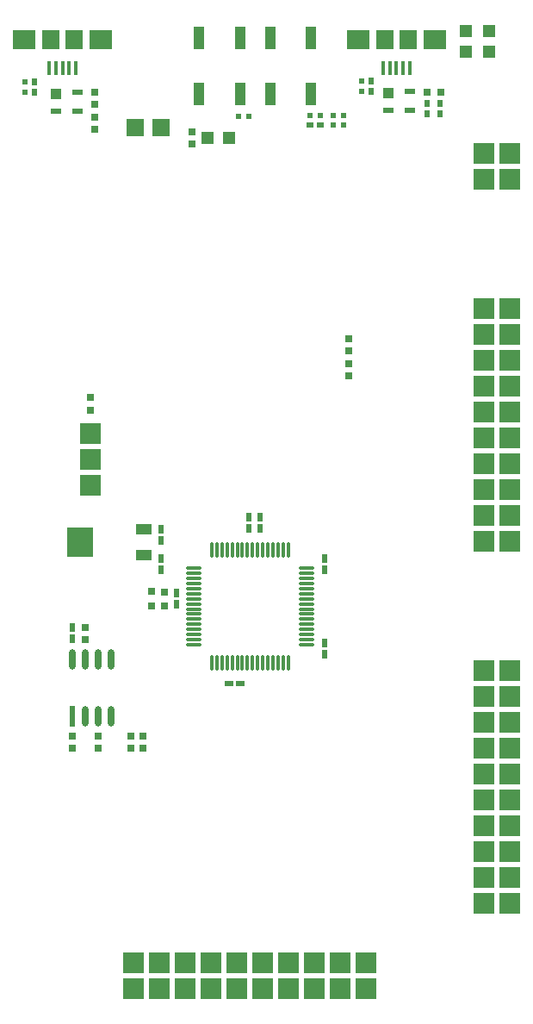
<source format=gtp>
%FSLAX43Y43*%
%MOMM*%
G71*
G01*
G75*
G04 Layer_Color=8421504*
%ADD10R,1.000X0.950*%
%ADD11R,2.300X1.900*%
%ADD12R,0.400X1.400*%
%ADD13R,1.775X1.900*%
%ADD14R,0.610X2.032*%
%ADD15O,0.610X2.032*%
%ADD16R,1.000X2.250*%
%ADD17R,1.600X1.000*%
%ADD18R,2.500X3.000*%
%ADD19O,1.650X0.300*%
%ADD20O,0.300X1.650*%
%ADD21R,1.200X1.200*%
%ADD22R,1.100X0.600*%
%ADD23R,1.100X1.000*%
%ADD24R,0.700X0.700*%
%ADD25R,0.600X0.550*%
%ADD26R,0.650X0.800*%
%ADD27R,0.650X0.500*%
%ADD28R,0.762X0.762*%
%ADD29R,0.600X0.900*%
%ADD30R,0.550X0.600*%
%ADD31R,0.500X0.650*%
%ADD32R,0.700X0.700*%
%ADD33R,0.900X0.600*%
%ADD34R,1.200X1.200*%
%ADD35C,0.175*%
%ADD36C,0.180*%
%ADD37C,0.200*%
%ADD38C,0.125*%
%ADD39C,0.250*%
%ADD40C,0.400*%
%ADD41C,0.300*%
%ADD42R,0.900X0.300*%
%ADD43R,1.700X1.700*%
%ADD44C,1.700*%
%ADD45R,1.700X1.700*%
%ADD46C,3.600*%
%ADD47C,0.550*%
%ADD48C,0.400*%
%ADD49C,0.500*%
%ADD50C,1.600*%
G04:AMPARAMS|DCode=51|XSize=2.524mm|YSize=2.524mm|CornerRadius=0mm|HoleSize=0mm|Usage=FLASHONLY|Rotation=0.000|XOffset=0mm|YOffset=0mm|HoleType=Round|Shape=Relief|Width=0.254mm|Gap=0.254mm|Entries=4|*
%AMTHD51*
7,0,0,2.524,2.016,0.254,45*
%
%ADD51THD51*%
%ADD52C,0.850*%
%ADD53C,0.800*%
%ADD54C,0.350*%
%ADD55C,3.300*%
%ADD56C,1.270*%
%ADD57R,1.300X1.600*%
%ADD58R,0.600X0.250*%
%ADD59R,1.600X1.500*%
%ADD60C,0.280*%
%ADD61R,1.700X0.350*%
%ADD62R,0.600X1.300*%
%ADD63R,0.350X0.850*%
%ADD64R,0.950X1.750*%
%ADD65R,0.800X0.650*%
%ADD66R,1.300X0.600*%
%ADD67C,0.800*%
%ADD68C,0.150*%
%ADD69C,0.102*%
%ADD70C,0.254*%
%ADD71C,0.600*%
%ADD72C,0.100*%
%ADD73R,2.100X2.100*%
%ADD74R,2.100X2.100*%
%ADD75R,1.700X1.700*%
D11*
X-19350Y-2300D02*
D03*
X-11850D02*
D03*
X-52184D02*
D03*
X-44684D02*
D03*
D12*
X-16900Y-5150D02*
D03*
X-16250D02*
D03*
X-15600D02*
D03*
X-14950D02*
D03*
X-14300D02*
D03*
X-49734D02*
D03*
X-49084D02*
D03*
X-48434D02*
D03*
X-47784D02*
D03*
X-47134D02*
D03*
D13*
X-16763Y-2300D02*
D03*
X-14438D02*
D03*
X-49597D02*
D03*
X-47271D02*
D03*
D14*
X-47475Y-68800D02*
D03*
D15*
Y-63212D02*
D03*
X-46205Y-68800D02*
D03*
X-44935D02*
D03*
X-43665D02*
D03*
Y-63212D02*
D03*
X-44935D02*
D03*
X-46205D02*
D03*
D16*
X-31000Y-7650D02*
D03*
Y-2150D02*
D03*
X-35000D02*
D03*
Y-7650D02*
D03*
X-24000D02*
D03*
Y-2150D02*
D03*
X-28000D02*
D03*
Y-7650D02*
D03*
D17*
X-40475Y-52975D02*
D03*
Y-50375D02*
D03*
D18*
X-46725Y-51675D02*
D03*
D19*
X-35575Y-54250D02*
D03*
Y-54750D02*
D03*
Y-55250D02*
D03*
Y-55750D02*
D03*
Y-56250D02*
D03*
Y-56750D02*
D03*
Y-57250D02*
D03*
Y-57750D02*
D03*
Y-58250D02*
D03*
Y-58750D02*
D03*
Y-59250D02*
D03*
Y-59750D02*
D03*
Y-60250D02*
D03*
Y-60750D02*
D03*
Y-61250D02*
D03*
Y-61750D02*
D03*
X-24425D02*
D03*
Y-61250D02*
D03*
Y-60750D02*
D03*
Y-60250D02*
D03*
Y-59750D02*
D03*
Y-59250D02*
D03*
Y-58750D02*
D03*
Y-58250D02*
D03*
Y-57750D02*
D03*
Y-57250D02*
D03*
Y-56750D02*
D03*
Y-56250D02*
D03*
Y-55750D02*
D03*
Y-55250D02*
D03*
Y-54750D02*
D03*
Y-54250D02*
D03*
D20*
X-33750Y-63575D02*
D03*
X-33250D02*
D03*
X-32750D02*
D03*
X-32250D02*
D03*
X-31750D02*
D03*
X-31250D02*
D03*
X-30750D02*
D03*
X-30250D02*
D03*
X-29750D02*
D03*
X-29250D02*
D03*
X-28750D02*
D03*
X-28250D02*
D03*
X-27750D02*
D03*
X-27250D02*
D03*
X-26750D02*
D03*
X-26250D02*
D03*
Y-52425D02*
D03*
X-26750D02*
D03*
X-27250D02*
D03*
X-27750D02*
D03*
X-28250D02*
D03*
X-28750D02*
D03*
X-29250D02*
D03*
X-29750D02*
D03*
X-30250D02*
D03*
X-30750D02*
D03*
X-31250D02*
D03*
X-31750D02*
D03*
X-32250D02*
D03*
X-32750D02*
D03*
X-33250D02*
D03*
X-33750D02*
D03*
D21*
X-32050Y-12000D02*
D03*
X-34150D02*
D03*
D22*
X-14300Y-7400D02*
D03*
Y-9300D02*
D03*
X-16400D02*
D03*
X-47000Y-7478D02*
D03*
Y-9378D02*
D03*
X-49100D02*
D03*
D23*
X-16400Y-7600D02*
D03*
X-49100Y-7678D02*
D03*
D24*
X-12600Y-7500D02*
D03*
X-11200D02*
D03*
D25*
X-30150Y-9850D02*
D03*
X-31150D02*
D03*
X-20811Y-10700D02*
D03*
X-21811D02*
D03*
Y-9800D02*
D03*
X-20811D02*
D03*
X-23100D02*
D03*
X-24100D02*
D03*
D26*
X-41675Y-70725D02*
D03*
Y-71925D02*
D03*
X-35675Y-12550D02*
D03*
Y-11350D02*
D03*
X-20300Y-31675D02*
D03*
Y-32875D02*
D03*
Y-35375D02*
D03*
Y-34175D02*
D03*
X-45300Y-7475D02*
D03*
Y-8675D02*
D03*
Y-9950D02*
D03*
Y-11150D02*
D03*
X-45675Y-38700D02*
D03*
Y-37500D02*
D03*
X-47475Y-70725D02*
D03*
Y-71925D02*
D03*
X-44935Y-70725D02*
D03*
Y-71925D02*
D03*
X-46205Y-60050D02*
D03*
Y-61250D02*
D03*
X-40525Y-70725D02*
D03*
Y-71925D02*
D03*
D27*
X-23125Y-10675D02*
D03*
X-24075D02*
D03*
D28*
X-38450Y-56576D02*
D03*
Y-57973D02*
D03*
D29*
X-47475Y-61200D02*
D03*
Y-60100D02*
D03*
X-37225Y-57800D02*
D03*
Y-56700D02*
D03*
X-28975Y-50325D02*
D03*
Y-49225D02*
D03*
X-30075Y-50325D02*
D03*
Y-49225D02*
D03*
X-22650Y-61625D02*
D03*
Y-62725D02*
D03*
X-38775Y-54375D02*
D03*
Y-53275D02*
D03*
Y-50375D02*
D03*
Y-51475D02*
D03*
X-22700Y-54400D02*
D03*
Y-53300D02*
D03*
D30*
X-52100Y-6478D02*
D03*
Y-7478D02*
D03*
X-19000Y-6400D02*
D03*
Y-7400D02*
D03*
D31*
X-51200Y-7453D02*
D03*
Y-6503D02*
D03*
X-18100Y-7375D02*
D03*
Y-6425D02*
D03*
X-12600Y-8625D02*
D03*
Y-9575D02*
D03*
X-11300Y-8625D02*
D03*
Y-9575D02*
D03*
D32*
X-39700Y-57950D02*
D03*
Y-56550D02*
D03*
D33*
X-32100Y-65575D02*
D03*
X-31000D02*
D03*
D34*
X-8750Y-3550D02*
D03*
Y-1450D02*
D03*
X-6500Y-3550D02*
D03*
Y-1450D02*
D03*
D73*
X-45675Y-46090D02*
D03*
Y-43550D02*
D03*
Y-41010D02*
D03*
X-4430Y-16030D02*
D03*
X-6970D02*
D03*
X-4430Y-13490D02*
D03*
X-6970D02*
D03*
X-4430Y-38890D02*
D03*
X-6970D02*
D03*
X-4430Y-36350D02*
D03*
X-6970D02*
D03*
X-4430Y-33810D02*
D03*
X-6970D02*
D03*
X-4430Y-31270D02*
D03*
X-6970D02*
D03*
X-4430Y-28730D02*
D03*
X-6970Y-41430D02*
D03*
X-4430D02*
D03*
X-6970Y-43970D02*
D03*
X-4430D02*
D03*
X-6970Y-46510D02*
D03*
X-4430D02*
D03*
X-6970Y-49050D02*
D03*
X-4430D02*
D03*
X-6970Y-51590D02*
D03*
X-4430D02*
D03*
X-6970Y-28730D02*
D03*
X-4430Y-74450D02*
D03*
X-6970D02*
D03*
X-4430Y-71910D02*
D03*
X-6970D02*
D03*
X-4430Y-69370D02*
D03*
X-6970D02*
D03*
X-4430Y-66830D02*
D03*
X-6970D02*
D03*
X-4430Y-64290D02*
D03*
X-6970Y-76990D02*
D03*
X-4430D02*
D03*
X-6970Y-79530D02*
D03*
X-4430D02*
D03*
X-6970Y-82070D02*
D03*
X-4430D02*
D03*
X-6970Y-84610D02*
D03*
X-4430D02*
D03*
X-6970Y-87150D02*
D03*
X-4430D02*
D03*
X-6970Y-64290D02*
D03*
D74*
X-18570Y-93030D02*
D03*
X-41430Y-95570D02*
D03*
Y-93030D02*
D03*
X-38890Y-95570D02*
D03*
Y-93030D02*
D03*
X-36350Y-95570D02*
D03*
Y-93030D02*
D03*
X-33810Y-95570D02*
D03*
Y-93030D02*
D03*
X-31270Y-95570D02*
D03*
Y-93030D02*
D03*
X-18570Y-95570D02*
D03*
X-21110Y-93030D02*
D03*
Y-95570D02*
D03*
X-23650Y-93030D02*
D03*
Y-95570D02*
D03*
X-26190Y-93030D02*
D03*
Y-95570D02*
D03*
X-28730Y-93030D02*
D03*
Y-95570D02*
D03*
D75*
X-38730Y-10950D02*
D03*
X-41270D02*
D03*
M02*

</source>
